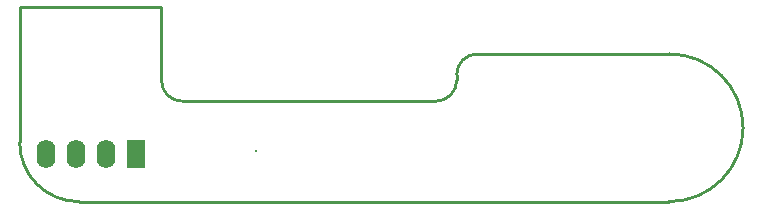
<source format=gts>
G04*
G04 #@! TF.GenerationSoftware,Altium Limited,Altium Designer,22.2.1 (43)*
G04*
G04 Layer_Color=8388736*
%FSLAX44Y44*%
%MOMM*%
G71*
G04*
G04 #@! TF.SameCoordinates,59029D5E-7FE7-4811-848E-3C15E54AA96D*
G04*
G04*
G04 #@! TF.FilePolarity,Negative*
G04*
G01*
G75*
%ADD12C,0.2540*%
%ADD13R,1.6032X2.4032*%
%ADD14O,1.6032X2.4032*%
%ADD15C,0.2032*%
D12*
X787500Y0D02*
G03*
X770000Y-17500I0J-17500D01*
G01*
X752500Y-40000D02*
G03*
X770000Y-22500I0J17500D01*
G01*
X520000D02*
G03*
X537500Y-40000I17500J0D01*
G01*
X400000Y-75000D02*
G03*
X450000Y-125000I50000J0D01*
G01*
X950000D02*
G03*
X950000Y0I0J62500D01*
G01*
X770000Y-22500D02*
Y-17500D01*
X537500Y-40000D02*
X752500D01*
X787500Y0D02*
X950000D01*
X520000Y-22500D02*
Y40000D01*
X400000Y-75000D02*
Y40000D01*
X450000Y-125000D02*
X950000D01*
X400000Y40000D02*
X520000D01*
D13*
X498100Y-85000D02*
D03*
D14*
X472700D02*
D03*
X421900D02*
D03*
X447300D02*
D03*
D15*
X600000Y-82500D02*
D03*
M02*

</source>
